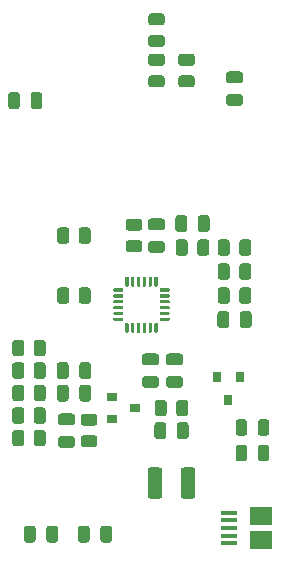
<source format=gbr>
%TF.GenerationSoftware,KiCad,Pcbnew,5.1.9-73d0e3b20d~88~ubuntu20.04.1*%
%TF.CreationDate,2021-03-24T22:26:37+08:00*%
%TF.ProjectId,elec-remote,656c6563-2d72-4656-9d6f-74652e6b6963,rev?*%
%TF.SameCoordinates,Original*%
%TF.FileFunction,Paste,Bot*%
%TF.FilePolarity,Positive*%
%FSLAX46Y46*%
G04 Gerber Fmt 4.6, Leading zero omitted, Abs format (unit mm)*
G04 Created by KiCad (PCBNEW 5.1.9-73d0e3b20d~88~ubuntu20.04.1) date 2021-03-24 22:26:37*
%MOMM*%
%LPD*%
G01*
G04 APERTURE LIST*
%ADD10R,0.800000X0.900000*%
%ADD11R,0.900000X0.800000*%
%ADD12R,1.900000X1.500000*%
%ADD13R,1.350000X0.400000*%
G04 APERTURE END LIST*
%TO.C,R16*%
G36*
G01*
X43630001Y-29191000D02*
X42729999Y-29191000D01*
G75*
G02*
X42480000Y-28941001I0J249999D01*
G01*
X42480000Y-28415999D01*
G75*
G02*
X42729999Y-28166000I249999J0D01*
G01*
X43630001Y-28166000D01*
G75*
G02*
X43880000Y-28415999I0J-249999D01*
G01*
X43880000Y-28941001D01*
G75*
G02*
X43630001Y-29191000I-249999J0D01*
G01*
G37*
G36*
G01*
X43630001Y-31016000D02*
X42729999Y-31016000D01*
G75*
G02*
X42480000Y-30766001I0J249999D01*
G01*
X42480000Y-30240999D01*
G75*
G02*
X42729999Y-29991000I249999J0D01*
G01*
X43630001Y-29991000D01*
G75*
G02*
X43880000Y-30240999I0J-249999D01*
G01*
X43880000Y-30766001D01*
G75*
G02*
X43630001Y-31016000I-249999J0D01*
G01*
G37*
%TD*%
%TO.C,C17*%
G36*
G01*
X31615000Y-35085000D02*
X31615000Y-36035000D01*
G75*
G02*
X31365000Y-36285000I-250000J0D01*
G01*
X30865000Y-36285000D01*
G75*
G02*
X30615000Y-36035000I0J250000D01*
G01*
X30615000Y-35085000D01*
G75*
G02*
X30865000Y-34835000I250000J0D01*
G01*
X31365000Y-34835000D01*
G75*
G02*
X31615000Y-35085000I0J-250000D01*
G01*
G37*
G36*
G01*
X33515000Y-35085000D02*
X33515000Y-36035000D01*
G75*
G02*
X33265000Y-36285000I-250000J0D01*
G01*
X32765000Y-36285000D01*
G75*
G02*
X32515000Y-36035000I0J250000D01*
G01*
X32515000Y-35085000D01*
G75*
G02*
X32765000Y-34835000I250000J0D01*
G01*
X33265000Y-34835000D01*
G75*
G02*
X33515000Y-35085000I0J-250000D01*
G01*
G37*
%TD*%
%TO.C,C20*%
G36*
G01*
X32951000Y-71788000D02*
X32951000Y-72738000D01*
G75*
G02*
X32701000Y-72988000I-250000J0D01*
G01*
X32201000Y-72988000D01*
G75*
G02*
X31951000Y-72738000I0J250000D01*
G01*
X31951000Y-71788000D01*
G75*
G02*
X32201000Y-71538000I250000J0D01*
G01*
X32701000Y-71538000D01*
G75*
G02*
X32951000Y-71788000I0J-250000D01*
G01*
G37*
G36*
G01*
X34851000Y-71788000D02*
X34851000Y-72738000D01*
G75*
G02*
X34601000Y-72988000I-250000J0D01*
G01*
X34101000Y-72988000D01*
G75*
G02*
X33851000Y-72738000I0J250000D01*
G01*
X33851000Y-71788000D01*
G75*
G02*
X34101000Y-71538000I250000J0D01*
G01*
X34601000Y-71538000D01*
G75*
G02*
X34851000Y-71788000I0J-250000D01*
G01*
G37*
%TD*%
D10*
%TO.C,Q2*%
X49276000Y-60944000D03*
X50226000Y-58944000D03*
X48326000Y-58944000D03*
%TD*%
D11*
%TO.C,Q1*%
X41386000Y-61595000D03*
X39386000Y-60645000D03*
X39386000Y-62545000D03*
%TD*%
%TO.C,U2*%
G36*
G01*
X40585000Y-54357000D02*
X40735000Y-54357000D01*
G75*
G02*
X40810000Y-54432000I0J-75000D01*
G01*
X40810000Y-55132000D01*
G75*
G02*
X40735000Y-55207000I-75000J0D01*
G01*
X40585000Y-55207000D01*
G75*
G02*
X40510000Y-55132000I0J75000D01*
G01*
X40510000Y-54432000D01*
G75*
G02*
X40585000Y-54357000I75000J0D01*
G01*
G37*
G36*
G01*
X41085000Y-54357000D02*
X41235000Y-54357000D01*
G75*
G02*
X41310000Y-54432000I0J-75000D01*
G01*
X41310000Y-55132000D01*
G75*
G02*
X41235000Y-55207000I-75000J0D01*
G01*
X41085000Y-55207000D01*
G75*
G02*
X41010000Y-55132000I0J75000D01*
G01*
X41010000Y-54432000D01*
G75*
G02*
X41085000Y-54357000I75000J0D01*
G01*
G37*
G36*
G01*
X41585000Y-54357000D02*
X41735000Y-54357000D01*
G75*
G02*
X41810000Y-54432000I0J-75000D01*
G01*
X41810000Y-55132000D01*
G75*
G02*
X41735000Y-55207000I-75000J0D01*
G01*
X41585000Y-55207000D01*
G75*
G02*
X41510000Y-55132000I0J75000D01*
G01*
X41510000Y-54432000D01*
G75*
G02*
X41585000Y-54357000I75000J0D01*
G01*
G37*
G36*
G01*
X42085000Y-54357000D02*
X42235000Y-54357000D01*
G75*
G02*
X42310000Y-54432000I0J-75000D01*
G01*
X42310000Y-55132000D01*
G75*
G02*
X42235000Y-55207000I-75000J0D01*
G01*
X42085000Y-55207000D01*
G75*
G02*
X42010000Y-55132000I0J75000D01*
G01*
X42010000Y-54432000D01*
G75*
G02*
X42085000Y-54357000I75000J0D01*
G01*
G37*
G36*
G01*
X42585000Y-54357000D02*
X42735000Y-54357000D01*
G75*
G02*
X42810000Y-54432000I0J-75000D01*
G01*
X42810000Y-55132000D01*
G75*
G02*
X42735000Y-55207000I-75000J0D01*
G01*
X42585000Y-55207000D01*
G75*
G02*
X42510000Y-55132000I0J75000D01*
G01*
X42510000Y-54432000D01*
G75*
G02*
X42585000Y-54357000I75000J0D01*
G01*
G37*
G36*
G01*
X43085000Y-54357000D02*
X43235000Y-54357000D01*
G75*
G02*
X43310000Y-54432000I0J-75000D01*
G01*
X43310000Y-55132000D01*
G75*
G02*
X43235000Y-55207000I-75000J0D01*
G01*
X43085000Y-55207000D01*
G75*
G02*
X43010000Y-55132000I0J75000D01*
G01*
X43010000Y-54432000D01*
G75*
G02*
X43085000Y-54357000I75000J0D01*
G01*
G37*
G36*
G01*
X43435000Y-54157000D02*
X43435000Y-54007000D01*
G75*
G02*
X43510000Y-53932000I75000J0D01*
G01*
X44210000Y-53932000D01*
G75*
G02*
X44285000Y-54007000I0J-75000D01*
G01*
X44285000Y-54157000D01*
G75*
G02*
X44210000Y-54232000I-75000J0D01*
G01*
X43510000Y-54232000D01*
G75*
G02*
X43435000Y-54157000I0J75000D01*
G01*
G37*
G36*
G01*
X43435000Y-53657000D02*
X43435000Y-53507000D01*
G75*
G02*
X43510000Y-53432000I75000J0D01*
G01*
X44210000Y-53432000D01*
G75*
G02*
X44285000Y-53507000I0J-75000D01*
G01*
X44285000Y-53657000D01*
G75*
G02*
X44210000Y-53732000I-75000J0D01*
G01*
X43510000Y-53732000D01*
G75*
G02*
X43435000Y-53657000I0J75000D01*
G01*
G37*
G36*
G01*
X43435000Y-53157000D02*
X43435000Y-53007000D01*
G75*
G02*
X43510000Y-52932000I75000J0D01*
G01*
X44210000Y-52932000D01*
G75*
G02*
X44285000Y-53007000I0J-75000D01*
G01*
X44285000Y-53157000D01*
G75*
G02*
X44210000Y-53232000I-75000J0D01*
G01*
X43510000Y-53232000D01*
G75*
G02*
X43435000Y-53157000I0J75000D01*
G01*
G37*
G36*
G01*
X43435000Y-52657000D02*
X43435000Y-52507000D01*
G75*
G02*
X43510000Y-52432000I75000J0D01*
G01*
X44210000Y-52432000D01*
G75*
G02*
X44285000Y-52507000I0J-75000D01*
G01*
X44285000Y-52657000D01*
G75*
G02*
X44210000Y-52732000I-75000J0D01*
G01*
X43510000Y-52732000D01*
G75*
G02*
X43435000Y-52657000I0J75000D01*
G01*
G37*
G36*
G01*
X43435000Y-52157000D02*
X43435000Y-52007000D01*
G75*
G02*
X43510000Y-51932000I75000J0D01*
G01*
X44210000Y-51932000D01*
G75*
G02*
X44285000Y-52007000I0J-75000D01*
G01*
X44285000Y-52157000D01*
G75*
G02*
X44210000Y-52232000I-75000J0D01*
G01*
X43510000Y-52232000D01*
G75*
G02*
X43435000Y-52157000I0J75000D01*
G01*
G37*
G36*
G01*
X43435000Y-51657000D02*
X43435000Y-51507000D01*
G75*
G02*
X43510000Y-51432000I75000J0D01*
G01*
X44210000Y-51432000D01*
G75*
G02*
X44285000Y-51507000I0J-75000D01*
G01*
X44285000Y-51657000D01*
G75*
G02*
X44210000Y-51732000I-75000J0D01*
G01*
X43510000Y-51732000D01*
G75*
G02*
X43435000Y-51657000I0J75000D01*
G01*
G37*
G36*
G01*
X43085000Y-50457000D02*
X43235000Y-50457000D01*
G75*
G02*
X43310000Y-50532000I0J-75000D01*
G01*
X43310000Y-51232000D01*
G75*
G02*
X43235000Y-51307000I-75000J0D01*
G01*
X43085000Y-51307000D01*
G75*
G02*
X43010000Y-51232000I0J75000D01*
G01*
X43010000Y-50532000D01*
G75*
G02*
X43085000Y-50457000I75000J0D01*
G01*
G37*
G36*
G01*
X42585000Y-50457000D02*
X42735000Y-50457000D01*
G75*
G02*
X42810000Y-50532000I0J-75000D01*
G01*
X42810000Y-51232000D01*
G75*
G02*
X42735000Y-51307000I-75000J0D01*
G01*
X42585000Y-51307000D01*
G75*
G02*
X42510000Y-51232000I0J75000D01*
G01*
X42510000Y-50532000D01*
G75*
G02*
X42585000Y-50457000I75000J0D01*
G01*
G37*
G36*
G01*
X42085000Y-50457000D02*
X42235000Y-50457000D01*
G75*
G02*
X42310000Y-50532000I0J-75000D01*
G01*
X42310000Y-51232000D01*
G75*
G02*
X42235000Y-51307000I-75000J0D01*
G01*
X42085000Y-51307000D01*
G75*
G02*
X42010000Y-51232000I0J75000D01*
G01*
X42010000Y-50532000D01*
G75*
G02*
X42085000Y-50457000I75000J0D01*
G01*
G37*
G36*
G01*
X41585000Y-50457000D02*
X41735000Y-50457000D01*
G75*
G02*
X41810000Y-50532000I0J-75000D01*
G01*
X41810000Y-51232000D01*
G75*
G02*
X41735000Y-51307000I-75000J0D01*
G01*
X41585000Y-51307000D01*
G75*
G02*
X41510000Y-51232000I0J75000D01*
G01*
X41510000Y-50532000D01*
G75*
G02*
X41585000Y-50457000I75000J0D01*
G01*
G37*
G36*
G01*
X41085000Y-50457000D02*
X41235000Y-50457000D01*
G75*
G02*
X41310000Y-50532000I0J-75000D01*
G01*
X41310000Y-51232000D01*
G75*
G02*
X41235000Y-51307000I-75000J0D01*
G01*
X41085000Y-51307000D01*
G75*
G02*
X41010000Y-51232000I0J75000D01*
G01*
X41010000Y-50532000D01*
G75*
G02*
X41085000Y-50457000I75000J0D01*
G01*
G37*
G36*
G01*
X40585000Y-50457000D02*
X40735000Y-50457000D01*
G75*
G02*
X40810000Y-50532000I0J-75000D01*
G01*
X40810000Y-51232000D01*
G75*
G02*
X40735000Y-51307000I-75000J0D01*
G01*
X40585000Y-51307000D01*
G75*
G02*
X40510000Y-51232000I0J75000D01*
G01*
X40510000Y-50532000D01*
G75*
G02*
X40585000Y-50457000I75000J0D01*
G01*
G37*
G36*
G01*
X39535000Y-51657000D02*
X39535000Y-51507000D01*
G75*
G02*
X39610000Y-51432000I75000J0D01*
G01*
X40310000Y-51432000D01*
G75*
G02*
X40385000Y-51507000I0J-75000D01*
G01*
X40385000Y-51657000D01*
G75*
G02*
X40310000Y-51732000I-75000J0D01*
G01*
X39610000Y-51732000D01*
G75*
G02*
X39535000Y-51657000I0J75000D01*
G01*
G37*
G36*
G01*
X39535000Y-52157000D02*
X39535000Y-52007000D01*
G75*
G02*
X39610000Y-51932000I75000J0D01*
G01*
X40310000Y-51932000D01*
G75*
G02*
X40385000Y-52007000I0J-75000D01*
G01*
X40385000Y-52157000D01*
G75*
G02*
X40310000Y-52232000I-75000J0D01*
G01*
X39610000Y-52232000D01*
G75*
G02*
X39535000Y-52157000I0J75000D01*
G01*
G37*
G36*
G01*
X39535000Y-52657000D02*
X39535000Y-52507000D01*
G75*
G02*
X39610000Y-52432000I75000J0D01*
G01*
X40310000Y-52432000D01*
G75*
G02*
X40385000Y-52507000I0J-75000D01*
G01*
X40385000Y-52657000D01*
G75*
G02*
X40310000Y-52732000I-75000J0D01*
G01*
X39610000Y-52732000D01*
G75*
G02*
X39535000Y-52657000I0J75000D01*
G01*
G37*
G36*
G01*
X39535000Y-53157000D02*
X39535000Y-53007000D01*
G75*
G02*
X39610000Y-52932000I75000J0D01*
G01*
X40310000Y-52932000D01*
G75*
G02*
X40385000Y-53007000I0J-75000D01*
G01*
X40385000Y-53157000D01*
G75*
G02*
X40310000Y-53232000I-75000J0D01*
G01*
X39610000Y-53232000D01*
G75*
G02*
X39535000Y-53157000I0J75000D01*
G01*
G37*
G36*
G01*
X39535000Y-53657000D02*
X39535000Y-53507000D01*
G75*
G02*
X39610000Y-53432000I75000J0D01*
G01*
X40310000Y-53432000D01*
G75*
G02*
X40385000Y-53507000I0J-75000D01*
G01*
X40385000Y-53657000D01*
G75*
G02*
X40310000Y-53732000I-75000J0D01*
G01*
X39610000Y-53732000D01*
G75*
G02*
X39535000Y-53657000I0J75000D01*
G01*
G37*
G36*
G01*
X39535000Y-54157000D02*
X39535000Y-54007000D01*
G75*
G02*
X39610000Y-53932000I75000J0D01*
G01*
X40310000Y-53932000D01*
G75*
G02*
X40385000Y-54007000I0J-75000D01*
G01*
X40385000Y-54157000D01*
G75*
G02*
X40310000Y-54232000I-75000J0D01*
G01*
X39610000Y-54232000D01*
G75*
G02*
X39535000Y-54157000I0J75000D01*
G01*
G37*
%TD*%
%TO.C,R24*%
G36*
G01*
X44050000Y-61144999D02*
X44050000Y-62045001D01*
G75*
G02*
X43800001Y-62295000I-249999J0D01*
G01*
X43274999Y-62295000D01*
G75*
G02*
X43025000Y-62045001I0J249999D01*
G01*
X43025000Y-61144999D01*
G75*
G02*
X43274999Y-60895000I249999J0D01*
G01*
X43800001Y-60895000D01*
G75*
G02*
X44050000Y-61144999I0J-249999D01*
G01*
G37*
G36*
G01*
X45875000Y-61144999D02*
X45875000Y-62045001D01*
G75*
G02*
X45625001Y-62295000I-249999J0D01*
G01*
X45099999Y-62295000D01*
G75*
G02*
X44850000Y-62045001I0J249999D01*
G01*
X44850000Y-61144999D01*
G75*
G02*
X45099999Y-60895000I249999J0D01*
G01*
X45625001Y-60895000D01*
G75*
G02*
X45875000Y-61144999I0J-249999D01*
G01*
G37*
%TD*%
%TO.C,R15*%
G36*
G01*
X37014999Y-63900000D02*
X37915001Y-63900000D01*
G75*
G02*
X38165000Y-64149999I0J-249999D01*
G01*
X38165000Y-64675001D01*
G75*
G02*
X37915001Y-64925000I-249999J0D01*
G01*
X37014999Y-64925000D01*
G75*
G02*
X36765000Y-64675001I0J249999D01*
G01*
X36765000Y-64149999D01*
G75*
G02*
X37014999Y-63900000I249999J0D01*
G01*
G37*
G36*
G01*
X37014999Y-62075000D02*
X37915001Y-62075000D01*
G75*
G02*
X38165000Y-62324999I0J-249999D01*
G01*
X38165000Y-62850001D01*
G75*
G02*
X37915001Y-63100000I-249999J0D01*
G01*
X37014999Y-63100000D01*
G75*
G02*
X36765000Y-62850001I0J249999D01*
G01*
X36765000Y-62324999D01*
G75*
G02*
X37014999Y-62075000I249999J0D01*
G01*
G37*
%TD*%
%TO.C,R14*%
G36*
G01*
X31985000Y-63684999D02*
X31985000Y-64585001D01*
G75*
G02*
X31735001Y-64835000I-249999J0D01*
G01*
X31209999Y-64835000D01*
G75*
G02*
X30960000Y-64585001I0J249999D01*
G01*
X30960000Y-63684999D01*
G75*
G02*
X31209999Y-63435000I249999J0D01*
G01*
X31735001Y-63435000D01*
G75*
G02*
X31985000Y-63684999I0J-249999D01*
G01*
G37*
G36*
G01*
X33810000Y-63684999D02*
X33810000Y-64585001D01*
G75*
G02*
X33560001Y-64835000I-249999J0D01*
G01*
X33034999Y-64835000D01*
G75*
G02*
X32785000Y-64585001I0J249999D01*
G01*
X32785000Y-63684999D01*
G75*
G02*
X33034999Y-63435000I249999J0D01*
G01*
X33560001Y-63435000D01*
G75*
G02*
X33810000Y-63684999I0J-249999D01*
G01*
G37*
%TD*%
%TO.C,R13*%
G36*
G01*
X31985000Y-61779999D02*
X31985000Y-62680001D01*
G75*
G02*
X31735001Y-62930000I-249999J0D01*
G01*
X31209999Y-62930000D01*
G75*
G02*
X30960000Y-62680001I0J249999D01*
G01*
X30960000Y-61779999D01*
G75*
G02*
X31209999Y-61530000I249999J0D01*
G01*
X31735001Y-61530000D01*
G75*
G02*
X31985000Y-61779999I0J-249999D01*
G01*
G37*
G36*
G01*
X33810000Y-61779999D02*
X33810000Y-62680001D01*
G75*
G02*
X33560001Y-62930000I-249999J0D01*
G01*
X33034999Y-62930000D01*
G75*
G02*
X32785000Y-62680001I0J249999D01*
G01*
X32785000Y-61779999D01*
G75*
G02*
X33034999Y-61530000I249999J0D01*
G01*
X33560001Y-61530000D01*
G75*
G02*
X33810000Y-61779999I0J-249999D01*
G01*
G37*
%TD*%
%TO.C,R12*%
G36*
G01*
X46628000Y-48456001D02*
X46628000Y-47555999D01*
G75*
G02*
X46877999Y-47306000I249999J0D01*
G01*
X47403001Y-47306000D01*
G75*
G02*
X47653000Y-47555999I0J-249999D01*
G01*
X47653000Y-48456001D01*
G75*
G02*
X47403001Y-48706000I-249999J0D01*
G01*
X46877999Y-48706000D01*
G75*
G02*
X46628000Y-48456001I0J249999D01*
G01*
G37*
G36*
G01*
X44803000Y-48456001D02*
X44803000Y-47555999D01*
G75*
G02*
X45052999Y-47306000I249999J0D01*
G01*
X45578001Y-47306000D01*
G75*
G02*
X45828000Y-47555999I0J-249999D01*
G01*
X45828000Y-48456001D01*
G75*
G02*
X45578001Y-48706000I-249999J0D01*
G01*
X45052999Y-48706000D01*
G75*
G02*
X44803000Y-48456001I0J249999D01*
G01*
G37*
%TD*%
%TO.C,R11*%
G36*
G01*
X32785000Y-60775001D02*
X32785000Y-59874999D01*
G75*
G02*
X33034999Y-59625000I249999J0D01*
G01*
X33560001Y-59625000D01*
G75*
G02*
X33810000Y-59874999I0J-249999D01*
G01*
X33810000Y-60775001D01*
G75*
G02*
X33560001Y-61025000I-249999J0D01*
G01*
X33034999Y-61025000D01*
G75*
G02*
X32785000Y-60775001I0J249999D01*
G01*
G37*
G36*
G01*
X30960000Y-60775001D02*
X30960000Y-59874999D01*
G75*
G02*
X31209999Y-59625000I249999J0D01*
G01*
X31735001Y-59625000D01*
G75*
G02*
X31985000Y-59874999I0J-249999D01*
G01*
X31985000Y-60775001D01*
G75*
G02*
X31735001Y-61025000I-249999J0D01*
G01*
X31209999Y-61025000D01*
G75*
G02*
X30960000Y-60775001I0J249999D01*
G01*
G37*
%TD*%
%TO.C,R10*%
G36*
G01*
X46170001Y-32620000D02*
X45269999Y-32620000D01*
G75*
G02*
X45020000Y-32370001I0J249999D01*
G01*
X45020000Y-31844999D01*
G75*
G02*
X45269999Y-31595000I249999J0D01*
G01*
X46170001Y-31595000D01*
G75*
G02*
X46420000Y-31844999I0J-249999D01*
G01*
X46420000Y-32370001D01*
G75*
G02*
X46170001Y-32620000I-249999J0D01*
G01*
G37*
G36*
G01*
X46170001Y-34445000D02*
X45269999Y-34445000D01*
G75*
G02*
X45020000Y-34195001I0J249999D01*
G01*
X45020000Y-33669999D01*
G75*
G02*
X45269999Y-33420000I249999J0D01*
G01*
X46170001Y-33420000D01*
G75*
G02*
X46420000Y-33669999I0J-249999D01*
G01*
X46420000Y-34195001D01*
G75*
G02*
X46170001Y-34445000I-249999J0D01*
G01*
G37*
%TD*%
%TO.C,R9*%
G36*
G01*
X43630001Y-32620000D02*
X42729999Y-32620000D01*
G75*
G02*
X42480000Y-32370001I0J249999D01*
G01*
X42480000Y-31844999D01*
G75*
G02*
X42729999Y-31595000I249999J0D01*
G01*
X43630001Y-31595000D01*
G75*
G02*
X43880000Y-31844999I0J-249999D01*
G01*
X43880000Y-32370001D01*
G75*
G02*
X43630001Y-32620000I-249999J0D01*
G01*
G37*
G36*
G01*
X43630001Y-34445000D02*
X42729999Y-34445000D01*
G75*
G02*
X42480000Y-34195001I0J249999D01*
G01*
X42480000Y-33669999D01*
G75*
G02*
X42729999Y-33420000I249999J0D01*
G01*
X43630001Y-33420000D01*
G75*
G02*
X43880000Y-33669999I0J-249999D01*
G01*
X43880000Y-34195001D01*
G75*
G02*
X43630001Y-34445000I-249999J0D01*
G01*
G37*
%TD*%
%TO.C,R8*%
G36*
G01*
X32785000Y-58870001D02*
X32785000Y-57969999D01*
G75*
G02*
X33034999Y-57720000I249999J0D01*
G01*
X33560001Y-57720000D01*
G75*
G02*
X33810000Y-57969999I0J-249999D01*
G01*
X33810000Y-58870001D01*
G75*
G02*
X33560001Y-59120000I-249999J0D01*
G01*
X33034999Y-59120000D01*
G75*
G02*
X32785000Y-58870001I0J249999D01*
G01*
G37*
G36*
G01*
X30960000Y-58870001D02*
X30960000Y-57969999D01*
G75*
G02*
X31209999Y-57720000I249999J0D01*
G01*
X31735001Y-57720000D01*
G75*
G02*
X31985000Y-57969999I0J-249999D01*
G01*
X31985000Y-58870001D01*
G75*
G02*
X31735001Y-59120000I-249999J0D01*
G01*
X31209999Y-59120000D01*
G75*
G02*
X30960000Y-58870001I0J249999D01*
G01*
G37*
%TD*%
%TO.C,R7*%
G36*
G01*
X49384000Y-47555999D02*
X49384000Y-48456001D01*
G75*
G02*
X49134001Y-48706000I-249999J0D01*
G01*
X48608999Y-48706000D01*
G75*
G02*
X48359000Y-48456001I0J249999D01*
G01*
X48359000Y-47555999D01*
G75*
G02*
X48608999Y-47306000I249999J0D01*
G01*
X49134001Y-47306000D01*
G75*
G02*
X49384000Y-47555999I0J-249999D01*
G01*
G37*
G36*
G01*
X51209000Y-47555999D02*
X51209000Y-48456001D01*
G75*
G02*
X50959001Y-48706000I-249999J0D01*
G01*
X50433999Y-48706000D01*
G75*
G02*
X50184000Y-48456001I0J249999D01*
G01*
X50184000Y-47555999D01*
G75*
G02*
X50433999Y-47306000I249999J0D01*
G01*
X50959001Y-47306000D01*
G75*
G02*
X51209000Y-47555999I0J-249999D01*
G01*
G37*
%TD*%
%TO.C,R6*%
G36*
G01*
X49384000Y-49587999D02*
X49384000Y-50488001D01*
G75*
G02*
X49134001Y-50738000I-249999J0D01*
G01*
X48608999Y-50738000D01*
G75*
G02*
X48359000Y-50488001I0J249999D01*
G01*
X48359000Y-49587999D01*
G75*
G02*
X48608999Y-49338000I249999J0D01*
G01*
X49134001Y-49338000D01*
G75*
G02*
X49384000Y-49587999I0J-249999D01*
G01*
G37*
G36*
G01*
X51209000Y-49587999D02*
X51209000Y-50488001D01*
G75*
G02*
X50959001Y-50738000I-249999J0D01*
G01*
X50433999Y-50738000D01*
G75*
G02*
X50184000Y-50488001I0J249999D01*
G01*
X50184000Y-49587999D01*
G75*
G02*
X50433999Y-49338000I249999J0D01*
G01*
X50959001Y-49338000D01*
G75*
G02*
X51209000Y-49587999I0J-249999D01*
G01*
G37*
%TD*%
%TO.C,R5*%
G36*
G01*
X32785000Y-56965001D02*
X32785000Y-56064999D01*
G75*
G02*
X33034999Y-55815000I249999J0D01*
G01*
X33560001Y-55815000D01*
G75*
G02*
X33810000Y-56064999I0J-249999D01*
G01*
X33810000Y-56965001D01*
G75*
G02*
X33560001Y-57215000I-249999J0D01*
G01*
X33034999Y-57215000D01*
G75*
G02*
X32785000Y-56965001I0J249999D01*
G01*
G37*
G36*
G01*
X30960000Y-56965001D02*
X30960000Y-56064999D01*
G75*
G02*
X31209999Y-55815000I249999J0D01*
G01*
X31735001Y-55815000D01*
G75*
G02*
X31985000Y-56064999I0J-249999D01*
G01*
X31985000Y-56965001D01*
G75*
G02*
X31735001Y-57215000I-249999J0D01*
G01*
X31209999Y-57215000D01*
G75*
G02*
X30960000Y-56965001I0J249999D01*
G01*
G37*
%TD*%
%TO.C,R4*%
G36*
G01*
X36595000Y-52520001D02*
X36595000Y-51619999D01*
G75*
G02*
X36844999Y-51370000I249999J0D01*
G01*
X37370001Y-51370000D01*
G75*
G02*
X37620000Y-51619999I0J-249999D01*
G01*
X37620000Y-52520001D01*
G75*
G02*
X37370001Y-52770000I-249999J0D01*
G01*
X36844999Y-52770000D01*
G75*
G02*
X36595000Y-52520001I0J249999D01*
G01*
G37*
G36*
G01*
X34770000Y-52520001D02*
X34770000Y-51619999D01*
G75*
G02*
X35019999Y-51370000I249999J0D01*
G01*
X35545001Y-51370000D01*
G75*
G02*
X35795000Y-51619999I0J-249999D01*
G01*
X35795000Y-52520001D01*
G75*
G02*
X35545001Y-52770000I-249999J0D01*
G01*
X35019999Y-52770000D01*
G75*
G02*
X34770000Y-52520001I0J249999D01*
G01*
G37*
%TD*%
%TO.C,R3*%
G36*
G01*
X49384000Y-51619999D02*
X49384000Y-52520001D01*
G75*
G02*
X49134001Y-52770000I-249999J0D01*
G01*
X48608999Y-52770000D01*
G75*
G02*
X48359000Y-52520001I0J249999D01*
G01*
X48359000Y-51619999D01*
G75*
G02*
X48608999Y-51370000I249999J0D01*
G01*
X49134001Y-51370000D01*
G75*
G02*
X49384000Y-51619999I0J-249999D01*
G01*
G37*
G36*
G01*
X51209000Y-51619999D02*
X51209000Y-52520001D01*
G75*
G02*
X50959001Y-52770000I-249999J0D01*
G01*
X50433999Y-52770000D01*
G75*
G02*
X50184000Y-52520001I0J249999D01*
G01*
X50184000Y-51619999D01*
G75*
G02*
X50433999Y-51370000I249999J0D01*
G01*
X50959001Y-51370000D01*
G75*
G02*
X51209000Y-51619999I0J-249999D01*
G01*
G37*
%TD*%
%TO.C,R2*%
G36*
G01*
X41725001Y-46590000D02*
X40824999Y-46590000D01*
G75*
G02*
X40575000Y-46340001I0J249999D01*
G01*
X40575000Y-45814999D01*
G75*
G02*
X40824999Y-45565000I249999J0D01*
G01*
X41725001Y-45565000D01*
G75*
G02*
X41975000Y-45814999I0J-249999D01*
G01*
X41975000Y-46340001D01*
G75*
G02*
X41725001Y-46590000I-249999J0D01*
G01*
G37*
G36*
G01*
X41725001Y-48415000D02*
X40824999Y-48415000D01*
G75*
G02*
X40575000Y-48165001I0J249999D01*
G01*
X40575000Y-47639999D01*
G75*
G02*
X40824999Y-47390000I249999J0D01*
G01*
X41725001Y-47390000D01*
G75*
G02*
X41975000Y-47639999I0J-249999D01*
G01*
X41975000Y-48165001D01*
G75*
G02*
X41725001Y-48415000I-249999J0D01*
G01*
G37*
%TD*%
%TO.C,R1*%
G36*
G01*
X36595000Y-47440001D02*
X36595000Y-46539999D01*
G75*
G02*
X36844999Y-46290000I249999J0D01*
G01*
X37370001Y-46290000D01*
G75*
G02*
X37620000Y-46539999I0J-249999D01*
G01*
X37620000Y-47440001D01*
G75*
G02*
X37370001Y-47690000I-249999J0D01*
G01*
X36844999Y-47690000D01*
G75*
G02*
X36595000Y-47440001I0J249999D01*
G01*
G37*
G36*
G01*
X34770000Y-47440001D02*
X34770000Y-46539999D01*
G75*
G02*
X35019999Y-46290000I249999J0D01*
G01*
X35545001Y-46290000D01*
G75*
G02*
X35795000Y-46539999I0J-249999D01*
G01*
X35795000Y-47440001D01*
G75*
G02*
X35545001Y-47690000I-249999J0D01*
G01*
X35019999Y-47690000D01*
G75*
G02*
X34770000Y-47440001I0J249999D01*
G01*
G37*
%TD*%
D12*
%TO.C,J2*%
X52037500Y-70755000D03*
D13*
X49337500Y-71755000D03*
X49337500Y-72405000D03*
X49337500Y-73055000D03*
X49337500Y-70455000D03*
X49337500Y-71105000D03*
D12*
X52037500Y-72755000D03*
%TD*%
%TO.C,F1*%
G36*
G01*
X45225000Y-69020000D02*
X45225000Y-66870000D01*
G75*
G02*
X45475000Y-66620000I250000J0D01*
G01*
X46225000Y-66620000D01*
G75*
G02*
X46475000Y-66870000I0J-250000D01*
G01*
X46475000Y-69020000D01*
G75*
G02*
X46225000Y-69270000I-250000J0D01*
G01*
X45475000Y-69270000D01*
G75*
G02*
X45225000Y-69020000I0J250000D01*
G01*
G37*
G36*
G01*
X42425000Y-69020000D02*
X42425000Y-66870000D01*
G75*
G02*
X42675000Y-66620000I250000J0D01*
G01*
X43425000Y-66620000D01*
G75*
G02*
X43675000Y-66870000I0J-250000D01*
G01*
X43675000Y-69020000D01*
G75*
G02*
X43425000Y-69270000I-250000J0D01*
G01*
X42675000Y-69270000D01*
G75*
G02*
X42425000Y-69020000I0J250000D01*
G01*
G37*
%TD*%
%TO.C,D7*%
G36*
G01*
X50858000Y-64948750D02*
X50858000Y-65861250D01*
G75*
G02*
X50614250Y-66105000I-243750J0D01*
G01*
X50126750Y-66105000D01*
G75*
G02*
X49883000Y-65861250I0J243750D01*
G01*
X49883000Y-64948750D01*
G75*
G02*
X50126750Y-64705000I243750J0D01*
G01*
X50614250Y-64705000D01*
G75*
G02*
X50858000Y-64948750I0J-243750D01*
G01*
G37*
G36*
G01*
X52733000Y-64948750D02*
X52733000Y-65861250D01*
G75*
G02*
X52489250Y-66105000I-243750J0D01*
G01*
X52001750Y-66105000D01*
G75*
G02*
X51758000Y-65861250I0J243750D01*
G01*
X51758000Y-64948750D01*
G75*
G02*
X52001750Y-64705000I243750J0D01*
G01*
X52489250Y-64705000D01*
G75*
G02*
X52733000Y-64948750I0J-243750D01*
G01*
G37*
%TD*%
%TO.C,D6*%
G36*
G01*
X51758000Y-63702250D02*
X51758000Y-62789750D01*
G75*
G02*
X52001750Y-62546000I243750J0D01*
G01*
X52489250Y-62546000D01*
G75*
G02*
X52733000Y-62789750I0J-243750D01*
G01*
X52733000Y-63702250D01*
G75*
G02*
X52489250Y-63946000I-243750J0D01*
G01*
X52001750Y-63946000D01*
G75*
G02*
X51758000Y-63702250I0J243750D01*
G01*
G37*
G36*
G01*
X49883000Y-63702250D02*
X49883000Y-62789750D01*
G75*
G02*
X50126750Y-62546000I243750J0D01*
G01*
X50614250Y-62546000D01*
G75*
G02*
X50858000Y-62789750I0J-243750D01*
G01*
X50858000Y-63702250D01*
G75*
G02*
X50614250Y-63946000I-243750J0D01*
G01*
X50126750Y-63946000D01*
G75*
G02*
X49883000Y-63702250I0J243750D01*
G01*
G37*
%TD*%
%TO.C,C19*%
G36*
G01*
X38423000Y-72738000D02*
X38423000Y-71788000D01*
G75*
G02*
X38673000Y-71538000I250000J0D01*
G01*
X39173000Y-71538000D01*
G75*
G02*
X39423000Y-71788000I0J-250000D01*
G01*
X39423000Y-72738000D01*
G75*
G02*
X39173000Y-72988000I-250000J0D01*
G01*
X38673000Y-72988000D01*
G75*
G02*
X38423000Y-72738000I0J250000D01*
G01*
G37*
G36*
G01*
X36523000Y-72738000D02*
X36523000Y-71788000D01*
G75*
G02*
X36773000Y-71538000I250000J0D01*
G01*
X37273000Y-71538000D01*
G75*
G02*
X37523000Y-71788000I0J-250000D01*
G01*
X37523000Y-72738000D01*
G75*
G02*
X37273000Y-72988000I-250000J0D01*
G01*
X36773000Y-72988000D01*
G75*
G02*
X36523000Y-72738000I0J250000D01*
G01*
G37*
%TD*%
%TO.C,C16*%
G36*
G01*
X45179000Y-57970000D02*
X44229000Y-57970000D01*
G75*
G02*
X43979000Y-57720000I0J250000D01*
G01*
X43979000Y-57220000D01*
G75*
G02*
X44229000Y-56970000I250000J0D01*
G01*
X45179000Y-56970000D01*
G75*
G02*
X45429000Y-57220000I0J-250000D01*
G01*
X45429000Y-57720000D01*
G75*
G02*
X45179000Y-57970000I-250000J0D01*
G01*
G37*
G36*
G01*
X45179000Y-59870000D02*
X44229000Y-59870000D01*
G75*
G02*
X43979000Y-59620000I0J250000D01*
G01*
X43979000Y-59120000D01*
G75*
G02*
X44229000Y-58870000I250000J0D01*
G01*
X45179000Y-58870000D01*
G75*
G02*
X45429000Y-59120000I0J-250000D01*
G01*
X45429000Y-59620000D01*
G75*
G02*
X45179000Y-59870000I-250000J0D01*
G01*
G37*
%TD*%
%TO.C,C13*%
G36*
G01*
X36035000Y-63050000D02*
X35085000Y-63050000D01*
G75*
G02*
X34835000Y-62800000I0J250000D01*
G01*
X34835000Y-62300000D01*
G75*
G02*
X35085000Y-62050000I250000J0D01*
G01*
X36035000Y-62050000D01*
G75*
G02*
X36285000Y-62300000I0J-250000D01*
G01*
X36285000Y-62800000D01*
G75*
G02*
X36035000Y-63050000I-250000J0D01*
G01*
G37*
G36*
G01*
X36035000Y-64950000D02*
X35085000Y-64950000D01*
G75*
G02*
X34835000Y-64700000I0J250000D01*
G01*
X34835000Y-64200000D01*
G75*
G02*
X35085000Y-63950000I250000J0D01*
G01*
X36035000Y-63950000D01*
G75*
G02*
X36285000Y-64200000I0J-250000D01*
G01*
X36285000Y-64700000D01*
G75*
G02*
X36035000Y-64950000I-250000J0D01*
G01*
G37*
%TD*%
%TO.C,C12*%
G36*
G01*
X45778000Y-45499000D02*
X45778000Y-46449000D01*
G75*
G02*
X45528000Y-46699000I-250000J0D01*
G01*
X45028000Y-46699000D01*
G75*
G02*
X44778000Y-46449000I0J250000D01*
G01*
X44778000Y-45499000D01*
G75*
G02*
X45028000Y-45249000I250000J0D01*
G01*
X45528000Y-45249000D01*
G75*
G02*
X45778000Y-45499000I0J-250000D01*
G01*
G37*
G36*
G01*
X47678000Y-45499000D02*
X47678000Y-46449000D01*
G75*
G02*
X47428000Y-46699000I-250000J0D01*
G01*
X46928000Y-46699000D01*
G75*
G02*
X46678000Y-46449000I0J250000D01*
G01*
X46678000Y-45499000D01*
G75*
G02*
X46928000Y-45249000I250000J0D01*
G01*
X47428000Y-45249000D01*
G75*
G02*
X47678000Y-45499000I0J-250000D01*
G01*
G37*
%TD*%
%TO.C,C11*%
G36*
G01*
X36645000Y-60800000D02*
X36645000Y-59850000D01*
G75*
G02*
X36895000Y-59600000I250000J0D01*
G01*
X37395000Y-59600000D01*
G75*
G02*
X37645000Y-59850000I0J-250000D01*
G01*
X37645000Y-60800000D01*
G75*
G02*
X37395000Y-61050000I-250000J0D01*
G01*
X36895000Y-61050000D01*
G75*
G02*
X36645000Y-60800000I0J250000D01*
G01*
G37*
G36*
G01*
X34745000Y-60800000D02*
X34745000Y-59850000D01*
G75*
G02*
X34995000Y-59600000I250000J0D01*
G01*
X35495000Y-59600000D01*
G75*
G02*
X35745000Y-59850000I0J-250000D01*
G01*
X35745000Y-60800000D01*
G75*
G02*
X35495000Y-61050000I-250000J0D01*
G01*
X34995000Y-61050000D01*
G75*
G02*
X34745000Y-60800000I0J250000D01*
G01*
G37*
%TD*%
%TO.C,C10*%
G36*
G01*
X43147000Y-57970000D02*
X42197000Y-57970000D01*
G75*
G02*
X41947000Y-57720000I0J250000D01*
G01*
X41947000Y-57220000D01*
G75*
G02*
X42197000Y-56970000I250000J0D01*
G01*
X43147000Y-56970000D01*
G75*
G02*
X43397000Y-57220000I0J-250000D01*
G01*
X43397000Y-57720000D01*
G75*
G02*
X43147000Y-57970000I-250000J0D01*
G01*
G37*
G36*
G01*
X43147000Y-59870000D02*
X42197000Y-59870000D01*
G75*
G02*
X41947000Y-59620000I0J250000D01*
G01*
X41947000Y-59120000D01*
G75*
G02*
X42197000Y-58870000I250000J0D01*
G01*
X43147000Y-58870000D01*
G75*
G02*
X43397000Y-59120000I0J-250000D01*
G01*
X43397000Y-59620000D01*
G75*
G02*
X43147000Y-59870000I-250000J0D01*
G01*
G37*
%TD*%
%TO.C,C8*%
G36*
G01*
X35745000Y-57945000D02*
X35745000Y-58895000D01*
G75*
G02*
X35495000Y-59145000I-250000J0D01*
G01*
X34995000Y-59145000D01*
G75*
G02*
X34745000Y-58895000I0J250000D01*
G01*
X34745000Y-57945000D01*
G75*
G02*
X34995000Y-57695000I250000J0D01*
G01*
X35495000Y-57695000D01*
G75*
G02*
X35745000Y-57945000I0J-250000D01*
G01*
G37*
G36*
G01*
X37645000Y-57945000D02*
X37645000Y-58895000D01*
G75*
G02*
X37395000Y-59145000I-250000J0D01*
G01*
X36895000Y-59145000D01*
G75*
G02*
X36645000Y-58895000I0J250000D01*
G01*
X36645000Y-57945000D01*
G75*
G02*
X36895000Y-57695000I250000J0D01*
G01*
X37395000Y-57695000D01*
G75*
G02*
X37645000Y-57945000I0J-250000D01*
G01*
G37*
%TD*%
%TO.C,C7*%
G36*
G01*
X42705000Y-47440000D02*
X43655000Y-47440000D01*
G75*
G02*
X43905000Y-47690000I0J-250000D01*
G01*
X43905000Y-48190000D01*
G75*
G02*
X43655000Y-48440000I-250000J0D01*
G01*
X42705000Y-48440000D01*
G75*
G02*
X42455000Y-48190000I0J250000D01*
G01*
X42455000Y-47690000D01*
G75*
G02*
X42705000Y-47440000I250000J0D01*
G01*
G37*
G36*
G01*
X42705000Y-45540000D02*
X43655000Y-45540000D01*
G75*
G02*
X43905000Y-45790000I0J-250000D01*
G01*
X43905000Y-46290000D01*
G75*
G02*
X43655000Y-46540000I-250000J0D01*
G01*
X42705000Y-46540000D01*
G75*
G02*
X42455000Y-46290000I0J250000D01*
G01*
X42455000Y-45790000D01*
G75*
G02*
X42705000Y-45540000I250000J0D01*
G01*
G37*
%TD*%
%TO.C,C6*%
G36*
G01*
X49309000Y-34994000D02*
X50259000Y-34994000D01*
G75*
G02*
X50509000Y-35244000I0J-250000D01*
G01*
X50509000Y-35744000D01*
G75*
G02*
X50259000Y-35994000I-250000J0D01*
G01*
X49309000Y-35994000D01*
G75*
G02*
X49059000Y-35744000I0J250000D01*
G01*
X49059000Y-35244000D01*
G75*
G02*
X49309000Y-34994000I250000J0D01*
G01*
G37*
G36*
G01*
X49309000Y-33094000D02*
X50259000Y-33094000D01*
G75*
G02*
X50509000Y-33344000I0J-250000D01*
G01*
X50509000Y-33844000D01*
G75*
G02*
X50259000Y-34094000I-250000J0D01*
G01*
X49309000Y-34094000D01*
G75*
G02*
X49059000Y-33844000I0J250000D01*
G01*
X49059000Y-33344000D01*
G75*
G02*
X49309000Y-33094000I250000J0D01*
G01*
G37*
%TD*%
%TO.C,C3*%
G36*
G01*
X44000000Y-63025000D02*
X44000000Y-63975000D01*
G75*
G02*
X43750000Y-64225000I-250000J0D01*
G01*
X43250000Y-64225000D01*
G75*
G02*
X43000000Y-63975000I0J250000D01*
G01*
X43000000Y-63025000D01*
G75*
G02*
X43250000Y-62775000I250000J0D01*
G01*
X43750000Y-62775000D01*
G75*
G02*
X44000000Y-63025000I0J-250000D01*
G01*
G37*
G36*
G01*
X45900000Y-63025000D02*
X45900000Y-63975000D01*
G75*
G02*
X45650000Y-64225000I-250000J0D01*
G01*
X45150000Y-64225000D01*
G75*
G02*
X44900000Y-63975000I0J250000D01*
G01*
X44900000Y-63025000D01*
G75*
G02*
X45150000Y-62775000I250000J0D01*
G01*
X45650000Y-62775000D01*
G75*
G02*
X45900000Y-63025000I0J-250000D01*
G01*
G37*
%TD*%
%TO.C,C2*%
G36*
G01*
X50234000Y-54577000D02*
X50234000Y-53627000D01*
G75*
G02*
X50484000Y-53377000I250000J0D01*
G01*
X50984000Y-53377000D01*
G75*
G02*
X51234000Y-53627000I0J-250000D01*
G01*
X51234000Y-54577000D01*
G75*
G02*
X50984000Y-54827000I-250000J0D01*
G01*
X50484000Y-54827000D01*
G75*
G02*
X50234000Y-54577000I0J250000D01*
G01*
G37*
G36*
G01*
X48334000Y-54577000D02*
X48334000Y-53627000D01*
G75*
G02*
X48584000Y-53377000I250000J0D01*
G01*
X49084000Y-53377000D01*
G75*
G02*
X49334000Y-53627000I0J-250000D01*
G01*
X49334000Y-54577000D01*
G75*
G02*
X49084000Y-54827000I-250000J0D01*
G01*
X48584000Y-54827000D01*
G75*
G02*
X48334000Y-54577000I0J250000D01*
G01*
G37*
%TD*%
M02*

</source>
